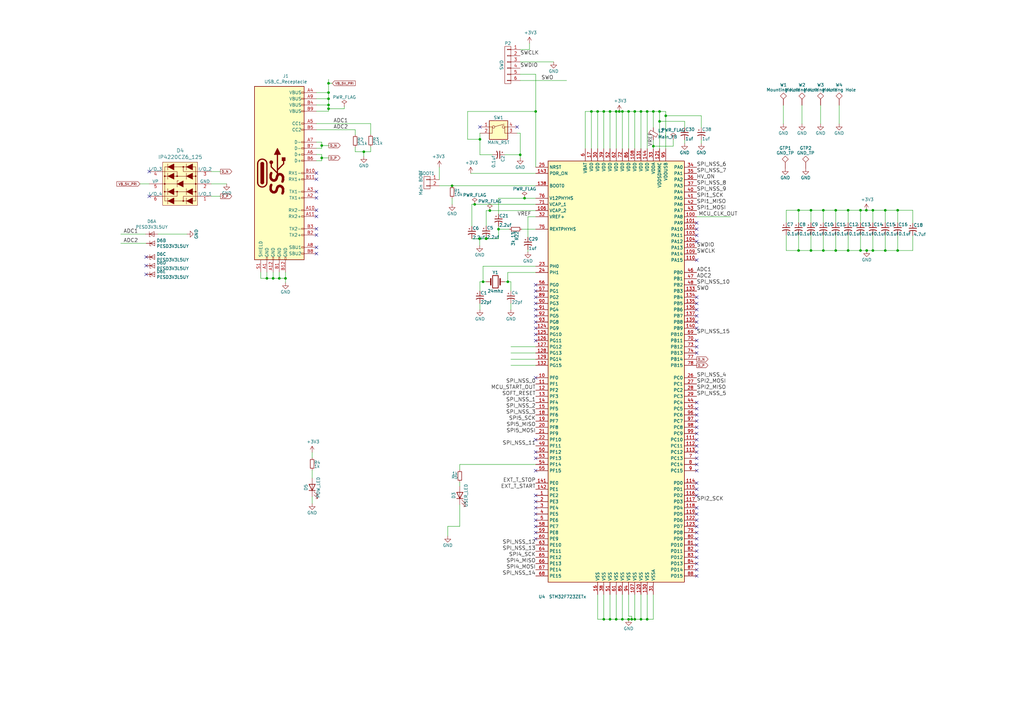
<source format=kicad_sch>
(kicad_sch (version 20211123) (generator eeschema)
  (paper "A3")
  (junction (at 204.47 93.98))
  (junction (at 245.11 45.72))
  (junction (at 267.97 59.944))
  (junction (at 257.81 254))
  (junction (at 267.97 45.72))
  (junction (at 215.138 81.28))
  (junction (at 134.747 34.163))
  (junction (at 347.853 102.743))
  (junction (at 250.19 254))
  (junction (at 242.57 45.72))
  (junction (at 262.89 45.72))
  (junction (at 247.65 254))
  (junction (at 200.914 86.36))
  (junction (at 255.27 254))
  (junction (at 337.693 102.743))
  (junction (at 213.36 63.5))
  (junction (at 219.71 45.72))
  (junction (at 117.094 114.173))
  (junction (at 273.05 47.498))
  (junction (at 134.747 37.973))
  (junction (at 265.43 254))
  (junction (at 199.39 97.917))
  (junction (at 149.225 62.23))
  (junction (at 198.12 115.57))
  (junction (at 252.73 45.72))
  (junction (at 131.953 59.69))
  (junction (at 131.953 64.77))
  (junction (at 134.747 40.513))
  (junction (at 265.43 45.72))
  (junction (at 114.554 114.173))
  (junction (at 327.533 102.743))
  (junction (at 260.35 45.72))
  (junction (at 247.65 45.72))
  (junction (at 250.19 45.72))
  (junction (at 185.42 76.2))
  (junction (at 262.89 254))
  (junction (at 363.093 102.743))
  (junction (at 196.85 57.15))
  (junction (at 196.723 97.917))
  (junction (at 363.093 86.233))
  (junction (at 355.346 86.233))
  (junction (at 134.747 43.053))
  (junction (at 355.473 102.743))
  (junction (at 352.933 86.233))
  (junction (at 255.27 45.72))
  (junction (at 327.533 86.233))
  (junction (at 347.853 86.233))
  (junction (at 252.73 254))
  (junction (at 134.747 44.577))
  (junction (at 199.39 97.79))
  (junction (at 109.474 114.173))
  (junction (at 112.014 114.173))
  (junction (at 358.013 102.743))
  (junction (at 342.773 102.743))
  (junction (at 208.28 115.57))
  (junction (at 260.35 254))
  (junction (at 194.691 83.82))
  (junction (at 254 45.72))
  (junction (at 270.51 49.784))
  (junction (at 332.613 86.233))
  (junction (at 342.773 86.233))
  (junction (at 358.013 86.233))
  (junction (at 352.933 102.743))
  (junction (at 332.613 102.743))
  (junction (at 257.81 45.72))
  (junction (at 259.08 254))
  (junction (at 368.173 86.233))
  (junction (at 270.51 45.72))
  (junction (at 337.693 86.233))
  (junction (at 368.173 102.743))
  (no_connect (at 129.794 93.853))
  (no_connect (at 285.75 226.06))
  (no_connect (at 285.75 198.12))
  (no_connect (at 285.75 91.44))
  (no_connect (at 219.71 154.94))
  (no_connect (at 219.71 121.92))
  (no_connect (at 219.71 129.54))
  (no_connect (at 219.71 205.74))
  (no_connect (at 285.75 134.62))
  (no_connect (at 129.794 88.773))
  (no_connect (at 285.75 203.2))
  (no_connect (at 59.944 108.966))
  (no_connect (at 219.71 137.16))
  (no_connect (at 285.75 139.7))
  (no_connect (at 285.75 210.82))
  (no_connect (at 219.71 203.2))
  (no_connect (at 129.794 96.393))
  (no_connect (at 129.794 81.153))
  (no_connect (at 219.71 119.38))
  (no_connect (at 219.71 213.36))
  (no_connect (at 219.71 124.46))
  (no_connect (at 285.75 215.9))
  (no_connect (at 285.75 106.68))
  (no_connect (at 285.75 127))
  (no_connect (at 285.75 93.98))
  (no_connect (at 196.85 52.07))
  (no_connect (at 219.71 208.28))
  (no_connect (at 212.09 52.07))
  (no_connect (at 285.75 175.26))
  (no_connect (at 285.75 121.92))
  (no_connect (at 285.75 167.64))
  (no_connect (at 219.71 127))
  (no_connect (at 219.71 210.82))
  (no_connect (at 61.214 70.358))
  (no_connect (at 59.944 105.41))
  (no_connect (at 285.75 142.24))
  (no_connect (at 129.794 78.613))
  (no_connect (at 61.214 80.518))
  (no_connect (at 219.71 187.96))
  (no_connect (at 285.75 187.96))
  (no_connect (at 219.71 215.9))
  (no_connect (at 285.75 236.22))
  (no_connect (at 219.71 116.84))
  (no_connect (at 285.75 180.34))
  (no_connect (at 285.75 165.1))
  (no_connect (at 285.75 177.8))
  (no_connect (at 219.71 180.34))
  (no_connect (at 285.75 190.5))
  (no_connect (at 219.71 134.62))
  (no_connect (at 285.75 96.52))
  (no_connect (at 285.75 231.14))
  (no_connect (at 285.75 220.98))
  (no_connect (at 219.71 220.98))
  (no_connect (at 285.75 132.08))
  (no_connect (at 285.75 99.06))
  (no_connect (at 219.71 218.44))
  (no_connect (at 129.794 101.473))
  (no_connect (at 285.75 172.72))
  (no_connect (at 285.75 170.18))
  (no_connect (at 285.75 213.36))
  (no_connect (at 285.75 228.6))
  (no_connect (at 219.71 185.42))
  (no_connect (at 129.794 73.533))
  (no_connect (at 285.75 144.78))
  (no_connect (at 285.75 182.88))
  (no_connect (at 285.75 223.52))
  (no_connect (at 285.75 200.66))
  (no_connect (at 219.71 139.7))
  (no_connect (at 285.75 193.04))
  (no_connect (at 285.75 208.28))
  (no_connect (at 129.794 70.993))
  (no_connect (at 285.75 129.54))
  (no_connect (at 129.794 86.233))
  (no_connect (at 285.75 218.44))
  (no_connect (at 219.71 132.08))
  (no_connect (at 285.75 185.42))
  (no_connect (at 285.75 233.68))
  (no_connect (at 129.794 104.013))
  (no_connect (at 59.944 112.522))
  (no_connect (at 285.75 124.46))
  (no_connect (at 219.71 193.04))
  (wire (pts (xy 273.05 47.498) (xy 287.655 47.498)))
  (wire (pts (xy 247.65 243.84) (xy 247.65 254)))
  (wire (pts (xy 134.874 64.77) (xy 131.953 64.77)))
  (wire (pts (xy 255.27 60.96) (xy 255.27 45.72)))
  (wire (pts (xy 267.97 52.324) (xy 267.97 45.72)))
  (wire (pts (xy 342.773 86.233) (xy 347.853 86.233)))
  (wire (pts (xy 191.77 45.72) (xy 191.77 57.15)))
  (wire (pts (xy 219.71 45.72) (xy 191.77 45.72)))
  (wire (pts (xy 321.31 50.8) (xy 321.31 43.18)))
  (wire (pts (xy 131.953 63.373) (xy 131.953 64.77)))
  (wire (pts (xy 208.28 111.76) (xy 208.28 115.57)))
  (wire (pts (xy 322.453 102.743) (xy 322.453 96.393)))
  (wire (pts (xy 149.225 62.23) (xy 152.019 62.23)))
  (wire (pts (xy 327.533 91.313) (xy 327.533 86.233)))
  (wire (pts (xy 149.225 64.135) (xy 149.225 62.23)))
  (wire (pts (xy 262.89 60.96) (xy 262.89 45.72)))
  (wire (pts (xy 254 45.72) (xy 255.27 45.72)))
  (wire (pts (xy 183.642 215.9) (xy 183.642 219.837)))
  (wire (pts (xy 199.39 92.71) (xy 199.39 86.36)))
  (wire (pts (xy 145.669 62.23) (xy 149.225 62.23)))
  (wire (pts (xy 131.953 65.913) (xy 129.794 65.913)))
  (wire (pts (xy 196.85 115.57) (xy 198.12 115.57)))
  (wire (pts (xy 112.014 114.173) (xy 114.554 114.173)))
  (wire (pts (xy 196.85 124.46) (xy 196.85 127)))
  (wire (pts (xy 265.43 45.72) (xy 267.97 45.72)))
  (wire (pts (xy 259.08 254) (xy 260.35 254)))
  (wire (pts (xy 337.693 96.393) (xy 337.693 102.743)))
  (wire (pts (xy 368.173 96.393) (xy 368.173 102.743)))
  (wire (pts (xy 141.224 43.688) (xy 141.224 44.577)))
  (wire (pts (xy 363.093 102.743) (xy 368.173 102.743)))
  (wire (pts (xy 374.396 91.567) (xy 374.396 86.233)))
  (wire (pts (xy 129.794 37.973) (xy 134.747 37.973)))
  (wire (pts (xy 342.773 91.313) (xy 342.773 86.233)))
  (wire (pts (xy 270.51 49.784) (xy 270.51 60.96)))
  (wire (pts (xy 363.093 86.233) (xy 368.173 86.233)))
  (wire (pts (xy 280.797 57.404) (xy 280.797 58.801)))
  (wire (pts (xy 347.853 96.393) (xy 347.853 102.743)))
  (wire (pts (xy 368.173 102.743) (xy 374.396 102.743)))
  (wire (pts (xy 86.614 70.358) (xy 90.424 70.358)))
  (wire (pts (xy 245.11 254) (xy 247.65 254)))
  (wire (pts (xy 129.794 53.213) (xy 145.669 53.213)))
  (wire (pts (xy 204.47 81.28) (xy 204.47 87.757)))
  (wire (pts (xy 267.97 254) (xy 267.97 243.84)))
  (wire (pts (xy 193.04 71.12) (xy 219.71 71.12)))
  (wire (pts (xy 129.794 45.593) (xy 134.747 45.593)))
  (wire (pts (xy 86.614 80.518) (xy 90.424 80.518)))
  (wire (pts (xy 117.094 111.633) (xy 117.094 114.173)))
  (wire (pts (xy 134.747 44.577) (xy 134.747 43.053)))
  (wire (pts (xy 219.71 109.22) (xy 198.12 109.22)))
  (wire (pts (xy 257.81 254) (xy 259.08 254)))
  (wire (pts (xy 141.224 44.577) (xy 134.747 44.577)))
  (wire (pts (xy 276.098 57.15) (xy 276.098 59.944)))
  (wire (pts (xy 260.35 254) (xy 262.89 254)))
  (wire (pts (xy 204.47 81.28) (xy 215.138 81.28)))
  (wire (pts (xy 219.71 88.9) (xy 216.535 88.9)))
  (wire (pts (xy 129.794 43.053) (xy 134.747 43.053)))
  (wire (pts (xy 57.404 75.438) (xy 61.214 75.438)))
  (wire (pts (xy 188.595 199.39) (xy 188.595 197.739)))
  (wire (pts (xy 252.73 45.72) (xy 254 45.72)))
  (wire (pts (xy 145.669 53.213) (xy 145.669 55.245)))
  (wire (pts (xy 240.03 45.72) (xy 242.57 45.72)))
  (wire (pts (xy 216.535 103.251) (xy 216.535 102.362)))
  (wire (pts (xy 358.013 91.313) (xy 358.013 86.233)))
  (wire (pts (xy 247.65 45.72) (xy 250.19 45.72)))
  (wire (pts (xy 252.73 254) (xy 255.27 254)))
  (wire (pts (xy 337.693 102.743) (xy 342.773 102.743)))
  (wire (pts (xy 270.51 45.72) (xy 270.51 49.784)))
  (wire (pts (xy 267.97 45.72) (xy 270.51 45.72)))
  (wire (pts (xy 245.11 45.72) (xy 247.65 45.72)))
  (wire (pts (xy 188.595 207.01) (xy 188.595 215.9)))
  (wire (pts (xy 260.35 45.72) (xy 262.89 45.72)))
  (wire (pts (xy 145.669 60.325) (xy 145.669 62.23)))
  (wire (pts (xy 250.19 243.84) (xy 250.19 254)))
  (wire (pts (xy 131.953 64.77) (xy 131.953 65.913)))
  (wire (pts (xy 363.093 91.313) (xy 363.093 86.233)))
  (wire (pts (xy 255.27 243.84) (xy 255.27 254)))
  (wire (pts (xy 209.55 147.32) (xy 219.71 147.32)))
  (wire (pts (xy 265.43 254) (xy 267.97 254)))
  (wire (pts (xy 152.019 50.673) (xy 152.019 55.118)))
  (wire (pts (xy 240.03 45.72) (xy 240.03 60.96)))
  (wire (pts (xy 59.69 96.012) (xy 49.53 96.012)))
  (wire (pts (xy 196.85 115.57) (xy 196.85 119.38)))
  (wire (pts (xy 245.11 60.96) (xy 245.11 45.72)))
  (wire (pts (xy 213.36 54.61) (xy 213.36 63.5)))
  (wire (pts (xy 213.36 63.5) (xy 213.36 64.77)))
  (wire (pts (xy 117.094 114.173) (xy 117.094 115.951)))
  (wire (pts (xy 242.57 45.72) (xy 245.11 45.72)))
  (wire (pts (xy 196.723 100.711) (xy 196.723 97.917)))
  (wire (pts (xy 196.85 57.15) (xy 196.85 63.5)))
  (wire (pts (xy 208.28 115.57) (xy 209.55 115.57)))
  (wire (pts (xy 252.73 60.96) (xy 252.73 45.72)))
  (wire (pts (xy 242.57 60.96) (xy 242.57 45.72)))
  (wire (pts (xy 196.723 97.917) (xy 199.39 97.917)))
  (wire (pts (xy 129.794 63.373) (xy 131.953 63.373)))
  (wire (pts (xy 262.89 254) (xy 265.43 254)))
  (wire (pts (xy 191.77 57.15) (xy 196.85 57.15)))
  (wire (pts (xy 273.05 45.72) (xy 273.05 47.498)))
  (wire (pts (xy 257.81 243.84) (xy 257.81 252.73)))
  (wire (pts (xy 332.613 102.743) (xy 337.693 102.743)))
  (wire (pts (xy 355.473 102.743) (xy 358.013 102.743)))
  (wire (pts (xy 245.11 254) (xy 245.11 243.84)))
  (wire (pts (xy 347.853 91.313) (xy 347.853 86.233)))
  (wire (pts (xy 109.474 114.173) (xy 112.014 114.173)))
  (wire (pts (xy 255.27 254) (xy 257.81 254)))
  (wire (pts (xy 207.01 63.5) (xy 213.36 63.5)))
  (wire (pts (xy 327.533 102.743) (xy 332.613 102.743)))
  (wire (pts (xy 213.36 33.02) (xy 232.41 33.02)))
  (wire (pts (xy 209.55 124.46) (xy 209.55 127)))
  (wire (pts (xy 257.81 252.73) (xy 259.08 252.73)))
  (wire (pts (xy 250.19 254) (xy 252.73 254)))
  (wire (pts (xy 129.794 50.673) (xy 152.019 50.673)))
  (wire (pts (xy 134.747 45.593) (xy 134.747 44.577)))
  (wire (pts (xy 322.453 102.743) (xy 327.533 102.743)))
  (wire (pts (xy 196.85 54.61) (xy 196.85 57.15)))
  (wire (pts (xy 247.65 60.96) (xy 247.65 45.72)))
  (wire (pts (xy 273.05 47.498) (xy 273.05 60.96)))
  (wire (pts (xy 328.93 43.18) (xy 328.93 50.8)))
  (wire (pts (xy 131.953 58.293) (xy 131.953 59.69)))
  (wire (pts (xy 250.19 60.96) (xy 250.19 45.72)))
  (wire (pts (xy 106.934 114.173) (xy 109.474 114.173)))
  (wire (pts (xy 204.47 93.98) (xy 204.47 92.837)))
  (wire (pts (xy 257.81 60.96) (xy 257.81 45.72)))
  (wire (pts (xy 270.51 49.784) (xy 280.797 49.784)))
  (wire (pts (xy 131.953 60.833) (xy 129.794 60.833)))
  (wire (pts (xy 332.613 91.313) (xy 332.613 86.233)))
  (wire (pts (xy 280.797 49.784) (xy 280.797 52.324)))
  (wire (pts (xy 134.874 59.69) (xy 131.953 59.69)))
  (wire (pts (xy 188.595 215.9) (xy 183.642 215.9)))
  (wire (pts (xy 374.396 96.647) (xy 374.396 102.743)))
  (wire (pts (xy 128.016 203.708) (xy 128.016 206.502)))
  (wire (pts (xy 193.548 97.917) (xy 196.723 97.917)))
  (wire (pts (xy 250.19 45.72) (xy 252.73 45.72)))
  (wire (pts (xy 112.014 111.633) (xy 112.014 114.173)))
  (wire (pts (xy 212.09 54.61) (xy 213.36 54.61)))
  (wire (pts (xy 267.97 57.404) (xy 267.97 59.944)))
  (wire (pts (xy 128.016 185.547) (xy 128.016 187.706)))
  (wire (pts (xy 368.173 86.233) (xy 374.396 86.233)))
  (wire (pts (xy 259.08 252.73) (xy 259.08 254)))
  (wire (pts (xy 358.013 86.233) (xy 363.093 86.233)))
  (wire (pts (xy 129.794 58.293) (xy 131.953 58.293)))
  (wire (pts (xy 255.27 45.72) (xy 257.81 45.72)))
  (wire (pts (xy 188.595 190.5) (xy 188.595 192.659)))
  (wire (pts (xy 180.213 68.58) (xy 180.213 73.66)))
  (wire (pts (xy 129.794 40.513) (xy 134.747 40.513)))
  (wire (pts (xy 262.89 243.84) (xy 262.89 254)))
  (wire (pts (xy 219.71 30.48) (xy 219.71 45.72)))
  (wire (pts (xy 265.43 243.84) (xy 265.43 254)))
  (wire (pts (xy 219.71 93.98) (xy 213.995 93.98)))
  (wire (pts (xy 134.747 43.053) (xy 134.747 40.513)))
  (wire (pts (xy 106.934 111.633) (xy 106.934 114.173)))
  (wire (pts (xy 358.013 96.393) (xy 358.013 102.743)))
  (wire (pts (xy 86.614 75.438) (xy 92.964 75.438)))
  (wire (pts (xy 196.85 63.5) (xy 201.93 63.5)))
  (wire (pts (xy 209.55 115.57) (xy 209.55 119.38)))
  (wire (pts (xy 219.71 190.5) (xy 188.595 190.5)))
  (wire (pts (xy 199.39 97.917) (xy 199.39 97.79)))
  (wire (pts (xy 260.35 60.96) (xy 260.35 45.72)))
  (wire (pts (xy 355.346 86.233) (xy 358.013 86.233)))
  (wire (pts (xy 352.933 91.313) (xy 352.933 86.233)))
  (wire (pts (xy 276.098 59.944) (xy 267.97 59.944)))
  (wire (pts (xy 209.55 142.24) (xy 219.71 142.24)))
  (wire (pts (xy 252.73 243.84) (xy 252.73 254)))
  (wire (pts (xy 198.12 109.22) (xy 198.12 115.57)))
  (wire (pts (xy 193.548 83.82) (xy 193.548 92.837)))
  (wire (pts (xy 327.533 86.233) (xy 332.613 86.233)))
  (wire (pts (xy 134.747 34.163) (xy 136.271 34.163)))
  (wire (pts (xy 216.535 97.282) (xy 216.535 88.9)))
  (wire (pts (xy 194.691 83.82) (xy 219.71 83.82)))
  (wire (pts (xy 193.548 83.82) (xy 194.691 83.82)))
  (wire (pts (xy 358.013 102.743) (xy 363.093 102.743)))
  (wire (pts (xy 185.42 83.82) (xy 185.42 81.28)))
  (wire (pts (xy 247.65 254) (xy 250.19 254)))
  (wire (pts (xy 352.933 96.393) (xy 352.933 102.743)))
  (wire (pts (xy 342.773 96.393) (xy 342.773 102.743)))
  (wire (pts (xy 131.953 59.69) (xy 131.953 60.833)))
  (wire (pts (xy 114.554 114.173) (xy 117.094 114.173)))
  (wire (pts (xy 59.944 99.822) (xy 49.53 99.822)))
  (wire (pts (xy 327.533 96.393) (xy 327.533 102.743)))
  (wire (pts (xy 344.17 43.18) (xy 344.17 50.8)))
  (wire (pts (xy 260.35 243.84) (xy 260.35 254)))
  (wire (pts (xy 152.019 62.23) (xy 152.019 60.198)))
  (wire (pts (xy 219.71 45.72) (xy 219.71 68.58)))
  (wire (pts (xy 209.55 144.78) (xy 219.71 144.78)))
  (wire (pts (xy 109.474 111.633) (xy 109.474 114.173)))
  (wire (pts (xy 114.554 111.633) (xy 114.554 114.173)))
  (wire (pts (xy 322.453 86.233) (xy 327.533 86.233)))
  (wire (pts (xy 204.47 97.917) (xy 199.39 97.917)))
  (wire (pts (xy 287.655 57.404) (xy 287.655 58.801)))
  (wire (pts (xy 337.693 91.313) (xy 337.693 86.233)))
  (wire (pts (xy 273.05 45.72) (xy 270.51 45.72)))
  (wire (pts (xy 352.933 86.233) (xy 355.346 86.233)))
  (wire (pts (xy 185.42 76.2) (xy 219.71 76.2)))
  (wire (pts (xy 219.71 111.76) (xy 208.28 111.76)))
  (wire (pts (xy 128.016 192.786) (xy 128.016 196.088)))
  (wire (pts (xy 285.75 88.9) (xy 299.72 88.9)))
  (wire (pts (xy 347.853 86.233) (xy 352.933 86.233)))
  (wire (pts (xy 134.747 40.513) (xy 134.747 37.973)))
  (wire (pts (xy 64.77 96.012) (xy 76.708 96.012)))
  (wire (pts (xy 215.138 81.28) (xy 219.71 81.28)))
  (wire (pts (xy 352.933 102.743) (xy 355.473 102.743)))
  (wire (pts (xy 337.693 86.233) (xy 342.773 86.233)))
  (wire (pts (xy 265.43 60.96) (xy 265.43 45.72)))
  (wire (pts (xy 213.36 25.4) (xy 227.076 25.4)))
  (wire (pts (xy 347.853 102.743) (xy 352.933 102.743)))
  (wire (pts (xy 207.01 115.57) (xy 208.28 115.57)))
  (wire (pts (xy 257.81 45.72) (xy 260.35 45.72)))
  (wire (pts (xy 204.47 93.98) (xy 204.47 97.917)))
  (wire (pts (xy 198.12 115.57) (xy 199.39 115.57)))
  (wire (pts (xy 336.55 50.8) (xy 336.55 43.18)))
  (wire (pts (xy 200.914 86.36) (xy 219.71 86.36)))
  (wire (pts (xy 262.89 45.72) (xy 265.43 45.72)))
  (wire (pts (xy 368.173 91.313) (xy 368.173 86.233)))
  (wire (pts (xy 134.747 37.973) (xy 134.747 34.163)))
  (wire (pts (xy 342.773 102.743) (xy 347.853 102.743)))
  (wire (pts (xy 267.97 59.944) (xy 267.97 60.96)))
  (wire (pts (xy 217.17 17.78) (xy 217.17 20.32)))
  (wire (pts (xy 185.42 76.2) (xy 180.213 76.2)))
  (wire (pts (xy 208.915 93.98) (xy 204.47 93.98)))
  (wire (pts (xy 199.39 86.36) (xy 200.914 86.36)))
  (wire (pts (xy 332.613 86.233) (xy 337.693 86.233)))
  (wire (pts (xy 363.093 96.393) (xy 363.093 102.743)))
  (wire (pts (xy 209.55 149.86) (xy 219.71 149.86)))
  (wire (pts (xy 213.36 30.48) (xy 219.71 30.48)))
  (wire (pts (xy 217.17 20.32) (xy 213.36 20.32)))
  (wire (pts (xy 134.747 32.512) (xy 134.747 34.163)))
  (wire (pts (xy 322.453 86.233) (xy 322.453 91.313)))
  (wire (pts (xy 287.655 47.498) (xy 287.655 52.324)))
  (wire (pts (xy 332.613 96.393) (xy 332.613 102.743)))
  (label "SWO" (at 285.75 119.38 0) (effects (font (size 1.524 1.524))))
  (label "ADC2" (at 142.748 53.213 180) (effects (font (size 1.524 1.524))))
  (label "VREF" (at 267.97 59.944 90) (effects (font (size 1.524 1.524))))
  (label "SPI_NSS_3" (at 219.71 170.18 180) (effects (font (size 1.524 1.524))))
  (label "SPI1_MISO" (at 285.75 83.82 0) (effects (font (size 1.524 1.524))))
  (label "SPI1_SCK" (at 285.75 81.28 0) (effects (font (size 1.524 1.524))))
  (label "EXT_T_START" (at 219.71 200.66 180) (effects (font (size 1.524 1.524))))
  (label "SPI_NSS_12" (at 219.71 223.52 180) (effects (font (size 1.524 1.524))))
  (label "SPI5_SCK" (at 219.71 172.72 180) (effects (font (size 1.524 1.524))))
  (label "SPI2_MOSI" (at 285.75 157.48 0) (effects (font (size 1.524 1.524))))
  (label "SPI_NSS_2" (at 219.71 167.64 180) (effects (font (size 1.524 1.524))))
  (label "ADC2" (at 56.642 99.822 180) (effects (font (size 1.524 1.524))))
  (label "SPI_NSS_11" (at 219.71 182.88 180) (effects (font (size 1.524 1.524))))
  (label "SPI2_MISO" (at 285.75 160.02 0) (effects (font (size 1.524 1.524))))
  (label "SPI5_MOSI" (at 219.71 177.8 180) (effects (font (size 1.524 1.524))))
  (label "SPI1_MOSI" (at 285.75 86.36 0) (effects (font (size 1.524 1.524))))
  (label "SWCLK" (at 213.36 22.86 0) (effects (font (size 1.524 1.524))))
  (label "SWDIO" (at 213.36 27.94 0) (effects (font (size 1.524 1.524))))
  (label "ADC1" (at 56.642 96.012 180) (effects (font (size 1.524 1.524))))
  (label "SPI5_MISO" (at 219.71 175.26 180) (effects (font (size 1.524 1.524))))
  (label "SPI_NSS_10" (at 285.75 116.84 0) (effects (font (size 1.524 1.524))))
  (label "SPI_NSS_9" (at 285.75 78.74 0) (effects (font (size 1.524 1.524))))
  (label "MCU_START_OUT" (at 219.71 160.02 180) (effects (font (size 1.524 1.524))))
  (label "SWDIO" (at 285.75 101.6 0) (effects (font (size 1.524 1.524))))
  (label "SPI_NSS_8" (at 285.75 76.2 0) (effects (font (size 1.524 1.524))))
  (label "SWCLK" (at 285.75 104.14 0) (effects (font (size 1.524 1.524))))
  (label "SPI4_MISO" (at 219.71 231.14 180) (effects (font (size 1.524 1.524))))
  (label "VREF" (at 217.932 88.9 180) (effects (font (size 1.524 1.524))))
  (label "SPI_NSS_15" (at 285.75 137.16 0) (effects (font (size 1.524 1.524))))
  (label "SPI_NSS_5" (at 285.75 162.56 0) (effects (font (size 1.524 1.524))))
  (label "SPI_NSS_7" (at 285.75 71.12 0) (effects (font (size 1.524 1.524))))
  (label "SWO" (at 221.996 33.02 0) (effects (font (size 1.524 1.524))))
  (label "MCU_CLK_OUT" (at 286.512 88.9 0) (effects (font (size 1.524 1.524))))
  (label "SPI_NSS_6" (at 285.75 68.58 0) (effects (font (size 1.524 1.524))))
  (label "SPI_NSS_14" (at 219.71 236.22 180) (effects (font (size 1.524 1.524))))
  (label "ADC2" (at 285.75 114.3 0) (effects (font (size 1.524 1.524))))
  (label "SOFT_RESET" (at 219.71 162.56 180) (effects (font (size 1.524 1.524))))
  (label "ADC1" (at 285.75 111.76 0) (effects (font (size 1.524 1.524))))
  (label "SPI4_MOSI" (at 219.71 233.68 180) (effects (font (size 1.524 1.524))))
  (label "SPI_NSS_13" (at 219.71 226.06 180) (effects (font (size 1.524 1.524))))
  (label "SPI_NSS_1" (at 219.71 165.1 180) (effects (font (size 1.524 1.524))))
  (label "EXT_T_STOP" (at 219.71 198.12 180) (effects (font (size 1.524 1.524))))
  (label "SPI_NSS_0" (at 219.71 157.48 180) (effects (font (size 1.524 1.524))))
  (label "SPI4_SCK" (at 219.71 228.6 180) (effects (font (size 1.524 1.524))))
  (label "HV_ON" (at 285.75 73.66 0) (effects (font (size 1.524 1.524))))
  (label "ADC1" (at 142.748 50.673 180) (effects (font (size 1.524 1.524))))
  (label "SPI_NSS_4" (at 285.75 154.94 0) (effects (font (size 1.524 1.524))))
  (label "SPI2_SCK" (at 285.75 205.74 0) (effects (font (size 1.524 1.524))))
  (global_label "VB_5V_PRI" (shape input) (at 136.271 34.163 0) (effects (font (size 0.9906 0.9906))) (property "Intersheet References" "${INTERSHEET_REFS}" (effects hide)))
  (global_label "D_N" (shape output) (at 134.874 59.69 0) (effects (font (size 0.9906 0.9906))) (property "Intersheet References" "${INTERSHEET_REFS}" (effects hide)))
  (global_label "D_P" (shape output) (at 90.424 80.518 0) (effects (font (size 0.9906 0.9906))) (property "Intersheet References" "${INTERSHEET_REFS}" (effects hide)))
  (global_label "D_P" (shape output) (at 134.874 64.77 0) (effects (font (size 0.9906 0.9906))) (property "Intersheet References" "${INTERSHEET_REFS}" (effects hide)))
  (global_label "D_N" (shape output) (at 285.75 147.32 0) (effects (font (size 0.9906 0.9906))) (property "Intersheet References" "${INTERSHEET_REFS}" (effects hide)))
  (global_label "D_P" (shape output) (at 285.75 149.86 0) (effects (font (size 0.9906 0.9906))) (property "Intersheet References" "${INTERSHEET_REFS}" (effects hide)))
  (global_label "VB_5V_PRI" (shape input) (at 57.404 75.438 180) (effects (font (size 0.9906 0.9906))) (property "Intersheet References" "${INTERSHEET_REFS}" (effects hide)))
  (global_label "D_N" (shape output) (at 90.424 70.358 0) (effects (font (size 0.9906 0.9906))) (property "Intersheet References" "${INTERSHEET_REFS}" (effects hide)))
  (symbol (lib_id "Device:Ferrite_Bead_Small") (at 267.97 54.864 0) (unit 1)
    (property "Reference" "L2" (at 269.875 53.594 0) (effects (justify left)))
    (property "Value" "Main_FB" (at 269.875 56.134 0) (effects (justify left)))
    (property "Footprint" "Inductors_SMD:L_0805_HandSoldering" (effects hide))
    (property "Description" "Main MCU Ferrite Bead" (effects hide))
    (property "MPN" "MH2029-601Y" (effects hide))
  )
  (symbol (lib_id "power:GND") (at 257.81 254 0) (unit 1)
    (property "Reference" "#PWR02" (effects hide))
    (property "Value" "GND" (at 257.81 257.81 0))
  )
  (symbol (lib_id "Device:CP1_Small") (at 199.39 95.25 0) (unit 1)
    (property "Reference" "C5" (at 199.644 93.472 0) (effects (justify left)))
    (property "Value" "2.2uf" (at 199.644 97.282 0) (effects (justify left)))
    (property "Footprint" "Capacitor_SMD:C_0805_2012Metric_Pad1.15x1.40mm_HandSolder" (effects hide))
    (property "MPN" "UMK212BBJ225KD-T" (effects hide))
  )
  (symbol (lib_id "Device:CP1_Small") (at 193.548 95.377 0) (unit 1)
    (property "Reference" "C6" (at 193.802 93.599 0) (effects (justify left)))
    (property "Value" "2.2uf" (at 193.802 97.409 0) (effects (justify left)))
    (property "Footprint" "Capacitor_SMD:C_0805_2012Metric_Pad1.15x1.40mm_HandSolder" (effects hide))
    (property "MPN" "UMK212BBJ225KD-T" (effects hide))
  )
  (symbol (lib_id "power:GND") (at 196.723 100.711 0) (unit 1)
    (property "Reference" "#PWR03" (effects hide))
    (property "Value" "GND" (at 196.723 104.521 0))
  )
  (symbol (lib_id "Device:R_Small") (at 185.42 78.74 0) (unit 1)
    (property "Reference" "R1" (at 186.182 78.232 0) (effects (justify left)))
    (property "Value" "10k" (at 186.182 79.756 0) (effects (justify left)))
    (property "Footprint" "Resistor_SMD:R_0805_2012Metric_Pad1.15x1.40mm_HandSolder" (effects hide))
    (property "MPN" "ERA-6AEB103V" (effects hide))
  )
  (symbol (lib_id "power:GND") (at 185.42 83.82 0) (unit 1)
    (property "Reference" "#PWR04" (effects hide))
    (property "Value" "GND" (at 185.42 87.63 0))
  )
  (symbol (lib_id "custom_precidyne:SW_MOM_RST") (at 204.47 54.61 0) (unit 1)
    (property "Reference" "SW1" (at 204.47 48.26 0))
    (property "Value" "MAIN_RST" (at 204.47 58.42 0))
    (property "Footprint" "Buttons_Switches_THT:SW_TH_Tactile_Omron_B3F-10xx" (effects hide))
    (property "Description" "Reset Switch Main MCU" (effects hide))
    (property "MPN" "B3F-1000" (effects hide))
  )
  (symbol (lib_id "Device:CP1_Small") (at 204.47 63.5 270) (unit 1)
    (property "Reference" "C2" (at 206.248 63.754 0) (effects (justify left)))
    (property "Value" "0.1uf" (at 202.438 63.754 0) (effects (justify left)))
    (property "Footprint" "Capacitor_SMD:C_0805_2012Metric_Pad1.15x1.40mm_HandSolder" (effects hide))
    (property "MPN" "CL21B104KBFNNNG" (effects hide))
  )
  (symbol (lib_id "power:GND") (at 213.36 64.77 0) (unit 1)
    (property "Reference" "#PWR07" (effects hide))
    (property "Value" "GND" (at 213.36 68.58 0))
  )
  (symbol (lib_id "Device:Crystal") (at 203.2 115.57 0) (unit 1)
    (property "Reference" "Y1" (at 203.2 111.76 0))
    (property "Value" "24mhz" (at 203.2 119.38 0))
    (property "Footprint" "Crystal:Crystal_HC49-U_Vertical" (effects hide))
    (property "Description" "24Mhz Main MCU Crystal" (effects hide))
    (property "MPN" "ABL-24.000MHZ-B2" (effects hide))
  )
  (symbol (lib_id "Device:CP1_Small") (at 196.85 121.92 0) (unit 1)
    (property "Reference" "C1" (at 197.104 120.142 0) (effects (justify left)))
    (property "Value" "22pf" (at 197.104 123.952 0) (effects (justify left)))
    (property "Footprint" "Capacitor_SMD:C_0805_2012Metric_Pad1.15x1.40mm_HandSolder" (effects hide))
    (property "MPN" "C0805C220J1GACTU" (effects hide))
  )
  (symbol (lib_id "power:GND") (at 196.85 127 0) (unit 1)
    (property "Reference" "#PWR08" (effects hide))
    (property "Value" "GND" (at 196.85 130.81 0))
  )
  (symbol (lib_id "Device:CP1_Small") (at 209.55 121.92 0) (unit 1)
    (property "Reference" "C4" (at 209.804 120.142 0) (effects (justify left)))
    (property "Value" "22pf" (at 209.804 123.952 0) (effects (justify left)))
    (property "Footprint" "Capacitor_SMD:C_0805_2012Metric_Pad1.15x1.40mm_HandSolder" (effects hide))
    (property "MPN" "C0805C220J1GACTU" (effects hide))
  )
  (symbol (lib_id "power:GND") (at 209.55 127 0) (unit 1)
    (property "Reference" "#PWR09" (effects hide))
    (property "Value" "GND" (at 209.55 130.81 0))
  )
  (symbol (lib_id "Device:CP1_Small") (at 322.453 93.853 0) (unit 1)
    (property "Reference" "C7" (at 322.707 92.075 0) (effects (justify left)))
    (property "Value" "0.1uf" (at 322.707 95.885 0) (effects (justify left)))
    (property "Footprint" "Capacitor_SMD:C_0805_2012Metric_Pad1.15x1.40mm_HandSolder" (effects hide))
    (property "MPN" "CL21B104KBFNNNG" (effects hide))
  )
  (symbol (lib_id "Device:CP1_Small") (at 327.533 93.853 0) (unit 1)
    (property "Reference" "C8" (at 327.787 92.075 0) (effects (justify left)))
    (property "Value" "0.1uf" (at 327.787 95.885 0) (effects (justify left)))
    (property "Footprint" "Capacitor_SMD:C_0805_2012Metric_Pad1.15x1.40mm_HandSolder" (effects hide))
    (property "MPN" "CL21B104KBFNNNG" (effects hide))
  )
  (symbol (lib_id "Device:CP1_Small") (at 332.613 93.853 0) (unit 1)
    (property "Reference" "C9" (at 332.867 92.075 0) (effects (justify left)))
    (property "Value" "0.1uf" (at 332.867 95.885 0) (effects (justify left)))
    (property "Footprint" "Capacitor_SMD:C_0805_2012Metric_Pad1.15x1.40mm_HandSolder" (effects hide))
    (property "MPN" "CL21B104KBFNNNG" (effects hide))
  )
  (symbol (lib_id "Device:CP1_Small") (at 337.693 93.853 0) (unit 1)
    (property "Reference" "C10" (at 337.947 92.075 0) (effects (justify left)))
    (property "Value" "0.1uf" (at 337.947 95.885 0) (effects (justify left)))
    (property "Footprint" "Capacitor_SMD:C_0805_2012Metric_Pad1.15x1.40mm_HandSolder" (effects hide))
    (property "MPN" "CL21B104KBFNNNG" (effects hide))
  )
  (symbol (lib_id "Device:CP1_Small") (at 342.773 93.853 0) (unit 1)
    (property "Reference" "C11" (at 343.027 92.075 0) (effects (justify left)))
    (property "Value" "0.1uf" (at 343.027 95.885 0) (effects (justify left)))
    (property "Footprint" "Capacitor_SMD:C_0805_2012Metric_Pad1.15x1.40mm_HandSolder" (effects hide))
    (property "MPN" "CL21B104KBFNNNG" (effects hide))
  )
  (symbol (lib_id "Device:CP1_Small") (at 347.853 93.853 0) (unit 1)
    (property "Reference" "C12" (at 348.107 92.075 0) (effects (justify left)))
    (property "Value" "0.1uf" (at 348.107 95.885 0) (effects (justify left)))
    (property "Footprint" "Capacitor_SMD:C_0805_2012Metric_Pad1.15x1.40mm_HandSolder" (effects hide))
    (property "MPN" "CL21B104KBFNNNG" (effects hide))
  )
  (symbol (lib_id "Device:CP1_Small") (at 352.933 93.853 0) (unit 1)
    (property "Reference" "C13" (at 353.187 92.075 0) (effects (justify left)))
    (property "Value" "0.1uf" (at 353.187 95.885 0) (effects (justify left)))
    (property "Footprint" "Capacitor_SMD:C_0805_2012Metric_Pad1.15x1.40mm_HandSolder" (effects hide))
    (property "MPN" "CL21B104KBFNNNG" (effects hide))
  )
  (symbol (lib_id "Device:CP1_Small") (at 358.013 93.853 0) (unit 1)
    (property "Reference" "C14" (at 358.267 92.075 0) (effects (justify left)))
    (property "Value" "0.1uf" (at 358.267 95.885 0) (effects (justify left)))
    (property "Footprint" "Capacitor_SMD:C_0805_2012Metric_Pad1.15x1.40mm_HandSolder" (effects hide))
    (property "MPN" "CL21B104KBFNNNG" (effects hide))
  )
  (symbol (lib_id "Device:CP1_Small") (at 363.093 93.853 0) (unit 1)
    (property "Reference" "C15" (at 363.347 92.075 0) (effects (justify left)))
    (property "Value" "0.1uf" (at 363.347 95.885 0) (effects (justify left)))
    (property "Footprint" "Capacitor_SMD:C_0805_2012Metric_Pad1.15x1.40mm_HandSolder" (effects hide))
    (property "MPN" "CL21B104KBFNNNG" (effects hide))
  )
  (symbol (lib_id "Device:CP1_Small") (at 368.173 93.853 0) (unit 1)
    (property "Reference" "C16" (at 368.427 92.075 0) (effects (justify left)))
    (property "Value" "0.1uf" (at 368.427 95.885 0) (effects (justify left)))
    (property "Footprint" "Capacitor_SMD:C_0805_2012Metric_Pad1.15x1.40mm_HandSolder" (effects hide))
    (property "MPN" "CL21B104KBFNNNG" (effects hide))
  )
  (symbol (lib_id "power:GND") (at 355.473 102.743 0) (unit 1)
    (property "Reference" "#PWR011" (effects hide))
    (property "Value" "GND" (at 355.473 106.553 0))
  )
  (symbol (lib_id "main_stackable_32_v1-rescue:CONN_01X06-main_usb_32_v4-rescue-main_eth_32_v2-rescue-main_eth_32_v3-rescue-main_eth_32_v4-rescue") (at 208.28 26.67 0) (mirror y) (unit 1)
    (property "Reference" "P2" (at 208.28 17.78 0))
    (property "Value" "SWD" (at 205.74 26.67 90))
    (property "Footprint" "Socket_Strips:Socket_Strip_Straight_1x06" (effects hide))
    (property "Description" "Main MCU SWD" (effects hide))
    (property "Config" "DNF" (effects hide))
  )
  (symbol (lib_id "Device:LED") (at 188.595 203.2 90) (unit 1)
    (property "Reference" "D3" (at 186.055 203.2 0))
    (property "Value" "USER_LED" (at 191.135 203.2 0))
    (property "Footprint" "LED_THT:LED_D5.0mm" (effects hide))
    (property "Description" "General MCU LED" (effects hide))
    (property "Config" "DNF" (effects hide))
  )
  (symbol (lib_id "power:GND") (at 183.642 219.837 0) (unit 1)
    (property "Reference" "#PWR013" (effects hide))
    (property "Value" "GND" (at 183.642 223.647 0))
  )
  (symbol (lib_id "main_stackable_32_v1-rescue:TEST-main_usb_32_v4-rescue-main_eth_32_v2-rescue-main_eth_32_v3-rescue-main_eth_32_v4-rescue") (at 321.31 43.18 0) (unit 1)
    (property "Reference" "W1" (at 321.31 35.56 0) (effects (justify bottom)))
    (property "Value" "Mounting Hole" (at 321.31 36.83 0))
    (property "Footprint" "MountingHole:MountingHole_3.2mm_M3_Pad_Via" (effects hide))
    (property "Description" "Main Mounting holes" (effects hide))
    (property "Config" "DNF" (effects hide))
  )
  (symbol (lib_id "main_stackable_32_v1-rescue:TEST-main_usb_32_v4-rescue-main_eth_32_v2-rescue-main_eth_32_v3-rescue-main_eth_32_v4-rescue") (at 328.93 43.18 0) (unit 1)
    (property "Reference" "W2" (at 328.93 35.56 0) (effects (justify bottom)))
    (property "Value" "Mounting Hole" (at 328.93 36.83 0))
    (property "Footprint" "MountingHole:MountingHole_3.2mm_M3_Pad_Via" (effects hide))
    (property "Description" "Main Mounting holes" (effects hide))
    (property "Config" "DNF" (effects hide))
  )
  (symbol (lib_id "main_stackable_32_v1-rescue:TEST-main_usb_32_v4-rescue-main_eth_32_v2-rescue-main_eth_32_v3-rescue-main_eth_32_v4-rescue") (at 336.55 43.18 0) (unit 1)
    (property "Reference" "W3" (at 336.55 35.56 0) (effects (justify bottom)))
    (property "Value" "Mounting Hole" (at 336.55 36.83 0))
    (property "Footprint" "MountingHole:MountingHole_3.2mm_M3_Pad_Via" (effects hide))
    (property "Description" "Main Mounting holes" (effects hide))
    (property "Config" "DNF" (effects hide))
  )
  (symbol (lib_id "main_stackable_32_v1-rescue:TEST-main_usb_32_v4-rescue-main_eth_32_v2-rescue-main_eth_32_v3-rescue-main_eth_32_v4-rescue") (at 344.17 43.18 0) (unit 1)
    (property "Reference" "W4" (at 344.17 35.56 0) (effects (justify bottom)))
    (property "Value" "Mounting Hole" (at 344.17 36.83 0))
    (property "Footprint" "MountingHole:MountingHole_3.2mm_M3_Pad_Via" (effects hide))
    (property "Description" "Main Mounting holes" (effects hide))
    (property "Config" "DNF" (effects hide))
  )
  (symbol (lib_id "power:GND") (at 321.31 50.8 0) (unit 1)
    (property "Reference" "#PWR022" (effects hide))
    (property "Value" "GND" (at 321.31 54.61 0))
  )
  (symbol (lib_id "power:GND") (at 328.93 50.8 0) (unit 1)
    (property "Reference" "#PWR023" (effects hide))
    (property "Value" "GND" (at 328.93 54.61 0))
  )
  (symbol (lib_id "power:GND") (at 336.55 50.8 0) (unit 1)
    (property "Reference" "#PWR024" (effects hide))
    (property "Value" "GND" (at 336.55 54.61 0))
  )
  (symbol (lib_id "power:GND") (at 344.17 50.8 0) (unit 1)
    (property "Reference" "#PWR025" (effects hide))
    (property "Value" "GND" (at 344.17 54.61 0))
  )
  (symbol (lib_id "power:GND") (at 227.076 25.4 0) (unit 1)
    (property "Reference" "#PWR030" (effects hide))
    (property "Value" "GND" (at 227.076 29.21 0))
  )
  (symbol (lib_id "Device:R_Small") (at 128.016 190.246 0) (unit 1)
    (property "Reference" "R4" (at 128.778 189.738 0) (effects (justify left)))
    (property "Value" "1k" (at 128.778 191.262 0) (effects (justify left)))
    (property "Footprint" "Resistor_SMD:R_0805_2012Metric_Pad1.15x1.40mm_HandSolder" (effects hide))
    (property "MPN" "ERA-6AEB102V" (effects hide))
  )
  (symbol (lib_id "power:+3.3V") (at 128.016 185.547 0) (unit 1)
    (property "Reference" "#PWR014" (effects hide))
    (property "Value" "+3.3V" (at 128.397 181.1528 0))
  )
  (symbol (lib_id "Device:LED") (at 128.016 199.898 90) (unit 1)
    (property "Reference" "D5" (at 125.476 199.898 0))
    (property "Value" "POW_LED" (at 130.556 199.898 0))
    (property "Footprint" "LED_SMD:LED_0805_2012Metric_Pad1.15x1.40mm_HandSolder" (effects hide))
    (property "Description" "3.3V Power LED" (effects hide))
    (property "MPN" "LTST-C171KGKT " (effects hide))
  )
  (symbol (lib_id "power:GND") (at 128.016 206.502 0) (unit 1)
    (property "Reference" "#PWR015" (effects hide))
    (property "Value" "GND" (at 128.016 210.312 0))
  )
  (symbol (lib_id "Device:R_Small") (at 188.595 195.199 180) (unit 1)
    (property "Reference" "R5" (at 187.833 195.707 0) (effects (justify left)))
    (property "Value" "1k" (at 187.833 194.183 0) (effects (justify left)))
    (property "Footprint" "Resistor_SMD:R_0805_2012Metric_Pad1.15x1.40mm_HandSolder" (effects hide))
    (property "MPN" "ERA-6AEB102V" (effects hide))
  )
  (symbol (lib_id "power:+3.3V") (at 355.346 86.233 0) (unit 1)
    (property "Reference" "#PWR0105" (effects hide))
    (property "Value" "+3.3V" (at 355.727 81.8388 0))
  )
  (symbol (lib_id "power:+3.3V") (at 254 45.72 0) (unit 1)
    (property "Reference" "#PWR0108" (effects hide))
    (property "Value" "+3.3V" (at 254.381 41.3258 0))
  )
  (symbol (lib_id "power:+3.3V") (at 217.17 17.78 0) (unit 1)
    (property "Reference" "#PWR0111" (effects hide))
    (property "Value" "+3.3V" (at 217.551 13.3858 0))
  )
  (symbol (lib_id "power:+3.3V") (at 193.04 71.12 0) (unit 1)
    (property "Reference" "#PWR0114" (effects hide))
    (property "Value" "+3.3V" (at 193.421 66.7258 0))
  )
  (symbol (lib_id "Device:R_Small") (at 145.669 57.785 0) (unit 1)
    (property "Reference" "R2" (at 146.431 57.277 0) (effects (justify left)))
    (property "Value" "5.1k" (at 146.431 58.801 0) (effects (justify left)))
    (property "Footprint" "Resistor_SMD:R_0805_2012Metric_Pad1.15x1.40mm_HandSolder" (effects hide))
    (property "MPN" "ERJ-PB6D5101V" (effects hide))
  )
  (symbol (lib_id "Device:R_Small") (at 152.019 57.658 0) (unit 1)
    (property "Reference" "R3" (at 152.781 57.15 0) (effects (justify left)))
    (property "Value" "5.1k" (at 152.781 58.674 0) (effects (justify left)))
    (property "Footprint" "Resistor_SMD:R_0805_2012Metric_Pad1.15x1.40mm_HandSolder" (effects hide))
    (property "MPN" "ERJ-PB6D5101V" (effects hide))
  )
  (symbol (lib_id "power:GND") (at 149.225 64.135 0) (unit 1)
    (property "Reference" "#PWR012" (effects hide))
    (property "Value" "GND" (at 149.225 67.945 0))
  )
  (symbol (lib_id "power:PWR_FLAG") (at 141.224 43.688 0) (unit 1)
    (property "Reference" "#FLG0101" (effects hide))
    (property "Value" "PWR_FLAG" (at 141.224 39.878 0))
  )
  (symbol (lib_id "main_stackable_32_v1-rescue:USB_C_Receptacle-Connector-main_eth_32_v2-rescue-main_eth_32_v3-rescue-main_eth_32_v4-rescue") (at 114.554 70.993 0) (unit 1)
    (property "Reference" "J1" (at 117.221 31.1912 0))
    (property "Value" "USB_C_Receptacle" (at 117.221 33.5026 0))
    (property "Footprint" "custom_footprints:Wurth-632723300011-HandSoldering-Renum" (effects hide))
    (property "Description" "USB C connector" (effects hide))
    (property "MPN" "632723300011" (effects hide))
  )
  (symbol (lib_id "power:GND") (at 117.094 115.951 0) (unit 1)
    (property "Reference" "#PWR0142" (effects hide))
    (property "Value" "GND" (at 117.094 119.761 0))
  )
  (symbol (lib_id "MCU_ST_STM32F7:STM32F723ZETx") (at 252.73 152.4 0) (unit 1)
    (property "Reference" "U4" (at 222.25 244.729 0))
    (property "Value" "STM32F723ZETx" (at 232.791 244.729 0))
    (property "Footprint" "Package_QFP:LQFP-144_20x20mm_P0.5mm_handsolder" (effects hide))
    (property "Description" "Main MCU STM32F723 TQFP144" (effects hide))
    (property "MPN" "STM32F723ZET6" (effects hide))
  )
  (symbol (lib_id "main_stackable_32_v1-rescue:CONN_01X02-main_usb_32_v4-rescue-main_eth_32_v2-rescue-main_eth_32_v3-rescue-main_eth_32_v4-rescue") (at 175.133 74.93 0) (mirror y) (unit 1)
    (property "Reference" "BOOT1" (at 175.133 71.12 0))
    (property "Value" "Main BOOT" (at 172.593 74.93 90))
    (property "Footprint" "Connector_PinHeader_2.54mm:PinHeader_1x02_P2.54mm_Vertical" (effects hide))
    (property "Description" "Combined boot pins of analog MCU" (effects hide))
    (property "Config" "DNF" (effects hide))
  )
  (symbol (lib_id "power:+3.3V") (at 180.213 68.58 0) (mirror y) (unit 1)
    (property "Reference" "#PWR029" (effects hide))
    (property "Value" "+3.3V" (at 179.832 64.1858 0))
  )
  (symbol (lib_id "Device:CP1_Small") (at 280.797 54.864 0) (unit 1)
    (property "Reference" "C30" (at 281.051 53.086 0) (effects (justify left)))
    (property "Value" "1uf" (at 281.051 56.896 0) (effects (justify left)))
    (property "Footprint" "Capacitor_SMD:C_0805_2012Metric_Pad1.15x1.40mm_HandSolder" (effects hide))
    (property "MPN" "CL21B105KBFNNNG" (effects hide))
  )
  (symbol (lib_id "power:GND") (at 280.797 58.801 0) (unit 1)
    (property "Reference" "#PWR0104" (effects hide))
    (property "Value" "GND" (at 280.797 62.611 0))
  )
  (symbol (lib_id "Device:CP1_Small") (at 287.655 54.864 0) (unit 1)
    (property "Reference" "C38" (at 287.909 53.086 0) (effects (justify left)))
    (property "Value" "1uf" (at 287.909 56.896 0) (effects (justify left)))
    (property "Footprint" "Capacitor_SMD:C_0805_2012Metric_Pad1.15x1.40mm_HandSolder" (effects hide))
    (property "MPN" "CL21B105KBFNNNG" (effects hide))
  )
  (symbol (lib_id "power:GND") (at 287.655 58.801 0) (unit 1)
    (property "Reference" "#PWR0106" (effects hide))
    (property "Value" "GND" (at 287.655 62.611 0))
  )
  (symbol (lib_id "Device:CP1_Small") (at 204.47 90.297 0) (unit 1)
    (property "Reference" "C21" (at 204.724 88.519 0) (effects (justify left)))
    (property "Value" "2.2uf" (at 204.724 92.329 0) (effects (justify left)))
    (property "Footprint" "Capacitor_SMD:C_0805_2012Metric_Pad1.15x1.40mm_HandSolder" (effects hide))
    (property "MPN" "UMK212BBJ225KD-T" (effects hide))
  )
  (symbol (lib_id "Device:R_Small") (at 211.455 93.98 270) (unit 1)
    (property "Reference" "R22" (at 211.963 94.742 0) (effects (justify left)))
    (property "Value" "3k 1%" (at 210.439 94.742 0) (effects (justify left)))
    (property "Footprint" "Resistor_SMD:R_0805_2012Metric_Pad1.15x1.40mm_HandSolder" (effects hide))
    (property "MPN" "ERJ-PB6B3001V" (effects hide))
  )
  (symbol (lib_id "Device:CP1_Small") (at 216.535 99.822 0) (unit 1)
    (property "Reference" "C29" (at 216.789 98.044 0) (effects (justify left)))
    (property "Value" "1uf" (at 216.789 101.854 0) (effects (justify left)))
    (property "Footprint" "Capacitor_SMD:C_0805_2012Metric_Pad1.15x1.40mm_HandSolder" (effects hide))
    (property "MPN" "CL21B105KBFNNNG" (effects hide))
  )
  (symbol (lib_id "power:GND") (at 216.535 103.251 0) (unit 1)
    (property "Reference" "#PWR0107" (effects hide))
    (property "Value" "GND" (at 216.535 107.061 0))
  )
  (symbol (lib_id "Device:CP1_Small") (at 374.396 94.107 0) (unit 1)
    (property "Reference" "C18" (at 374.65 92.329 0) (effects (justify left)))
    (property "Value" "4.7uf" (at 374.65 96.139 0) (effects (justify left)))
    (property "Footprint" "Capacitor_SMD:C_0805_2012Metric_Pad1.15x1.40mm_HandSolder" (effects hide))
    (property "MPN" "CL21A475KOFNNNE" (effects hide))
  )
  (symbol (lib_id "power:PWR_FLAG") (at 194.691 83.82 0) (unit 1)
    (property "Reference" "#FLG0104" (effects hide))
    (property "Value" "PWR_FLAG" (at 194.691 80.01 0))
  )
  (symbol (lib_id "power:PWR_FLAG") (at 200.914 86.36 0) (unit 1)
    (property "Reference" "#FLG0105" (effects hide))
    (property "Value" "PWR_FLAG" (at 200.914 82.55 0))
  )
  (symbol (lib_id "power:PWR_FLAG") (at 215.138 81.28 0) (unit 1)
    (property "Reference" "#FLG0106" (effects hide))
    (property "Value" "PWR_FLAG" (at 215.138 77.47 0))
  )
  (symbol (lib_id "power:PWR_FLAG") (at 276.098 57.15 0) (unit 1)
    (property "Reference" "#FLG0107" (effects hide))
    (property "Value" "PWR_FLAG" (at 276.098 53.34 0))
  )
  (symbol (lib_id "main_stackable_32_v1-rescue:IP4220CZ6_125-dk_TVS-Diodes") (at 73.914 77.978 180) (unit 1)
    (property "Reference" "D4" (at 73.914 61.7474 0) (effects (font (size 1.524 1.524))))
    (property "Value" "IP4220CZ6_125" (at 73.914 64.4398 0) (effects (font (size 1.524 1.524))))
    (property "Footprint" "Package_SO:SC-74-6_1.5x2.9mm_P0.95mm" (effects hide))
    (property "Digi-Key_PN" "1727-3578-1-ND" (effects hide))
    (property "MPN" "IP4220CZ6F" (effects hide))
    (property "DK_Detail_Page" "NSP4201MR6 alternate part" (effects hide))
    (property "Description" "USB TVS DIODE 5.5V 6TSOP" (effects hide))
    (property "Manufacturer" "Nexperia USA Inc." (effects hide))
  )
  (symbol (lib_id "power:GND") (at 92.964 75.438 0) (unit 1)
    (property "Reference" "#PWR033" (effects hide))
    (property "Value" "GND" (at 92.964 79.248 0))
  )
  (symbol (lib_id "main_stackable_32_v1-rescue:TEST-main_usb_32_v4-rescue-main_eth_32_v2-rescue-main_eth_32_v3-rescue-main_eth_32_v4-rescue") (at 322.072 69.088 0) (unit 1)
    (property "Reference" "GTP1" (at 322.072 61.468 0) (effects (justify bottom)))
    (property "Value" "GND_TP" (at 322.072 62.738 0))
    (property "Footprint" "Connector_Pin:Pin_D1.0mm_L10.0mm_LooseFit" (effects hide))
    (property "Description" "GND Test Point" (effects hide))
    (property "Config" "DNF" (effects hide))
  )
  (symbol (lib_id "power:GND") (at 322.072 69.088 0) (unit 1)
    (property "Reference" "#PWR016" (effects hide))
    (property "Value" "GND" (at 322.072 72.898 0))
  )
  (symbol (lib_id "main_stackable_32_v1-rescue:TEST-main_usb_32_v4-rescue-main_eth_32_v2-rescue-main_eth_32_v3-rescue-main_eth_32_v4-rescue") (at 330.454 69.088 0) (unit 1)
    (property "Reference" "GTP2" (at 330.454 61.468 0) (effects (justify bottom)))
    (property "Value" "GND_TP" (at 330.454 62.738 0))
    (property "Footprint" "Connector_Pin:Pin_D1.0mm_L10.0mm_LooseFit" (effects hide))
    (property "Description" "GND Test Point" (effects hide))
    (property "Config" "DNF" (effects hide))
  )
  (symbol (lib_id "power:GND") (at 330.454 69.088 0) (unit 1)
    (property "Reference" "#PWR017" (effects hide))
    (property "Value" "GND" (at 330.454 72.898 0))
  )
  (symbol (lib_id "power:GND") (at 76.708 96.012 90) (unit 1)
    (property "Reference" "#PWR0112" (effects hide))
    (property "Value" "GND" (at 80.518 96.012 0))
  )
  (symbol (lib_id "Power_Protection:PESD3V3L5UY") (at 62.23 96.012 0) (unit 1)
    (property "Reference" "D6" (at 62.23 90.805 0))
    (property "Value" "PESD3V3L5UY" (at 62.23 93.1164 0))
    (property "Footprint" "Package_TO_SOT_SMD:SOT-363_SC-70-6_Handsoldering" (effects hide))
    (property "Datasheet" "https://assets.nexperia.com/documents/data-sheet/PESDXL5UF_V_Y.pdf" (effects hide))
    (property "Description" "Low speed ESD diode" (effects hide))
    (property "MPN" "PESD3V3L5UY" (effects hide))
  )
  (symbol (lib_id "Power_Protection:PESD3V3L5UY") (at 62.484 99.822 0) (unit 2)
    (property "Reference" "D6" (at 64.2112 98.6536 0) (effects (justify left)))
    (property "Value" "PESD3V3L5UY" (at 64.2112 100.965 0) (effects (justify left)))
    (property "Footprint" "Package_TO_SOT_SMD:SOT-363_SC-70-6_Handsoldering" (effects hide))
    (property "Datasheet" "https://assets.nexperia.com/documents/data-sheet/PESDXL5UF_V_Y.pdf" (effects hide))
    (property "Description" "Low speed ESD diode" (effects hide))
    (property "MPN" "PESD3V3L5UY" (effects hide))
  )
  (symbol (lib_id "Power_Protection:PESD3V3L5UY") (at 62.484 105.41 0) (unit 3)
    (property "Reference" "D6" (at 64.2112 104.2416 0) (effects (justify left)))
    (property "Value" "PESD3V3L5UY" (at 64.2112 106.553 0) (effects (justify left)))
    (property "Footprint" "Package_TO_SOT_SMD:SOT-363_SC-70-6_Handsoldering" (effects hide))
    (property "Datasheet" "https://assets.nexperia.com/documents/data-sheet/PESDXL5UF_V_Y.pdf" (effects hide))
    (property "Description" "Low speed ESD diode" (effects hide))
    (property "MPN" "PESD3V3L5UY" (effects hide))
  )
  (symbol (lib_id "Power_Protection:PESD3V3L5UY") (at 62.484 108.966 0) (unit 4)
    (property "Reference" "D6" (at 64.2112 107.7976 0) (effects (justify left)))
    (property "Value" "PESD3V3L5UY" (at 64.2112 110.109 0) (effects (justify left)))
    (property "Footprint" "Package_TO_SOT_SMD:SOT-363_SC-70-6_Handsoldering" (effects hide))
    (property "Datasheet" "https://assets.nexperia.com/documents/data-sheet/PESDXL5UF_V_Y.pdf" (effects hide))
    (property "Description" "Low speed ESD diode" (effects hide))
    (property "MPN" "PESD3V3L5UY" (effects hide))
  )
  (symbol (lib_id "Power_Protection:PESD3V3L5UY") (at 62.484 112.522 0) (unit 5)
    (property "Reference" "D6" (at 64.2112 111.3536 0) (effects (justify left)))
    (property "Value" "PESD3V3L5UY" (at 64.2112 113.665 0) (effects (justify left)))
    (property "Footprint" "Package_TO_SOT_SMD:SOT-363_SC-70-6_Handsoldering" (effects hide))
    (property "Datasheet" "https://assets.nexperia.com/documents/data-sheet/PESDXL5UF_V_Y.pdf" (effects hide))
    (property "Description" "Low speed ESD diode" (effects hide))
    (property "MPN" "PESD3V3L5UY" (effects hide))
  )
)
</source>
